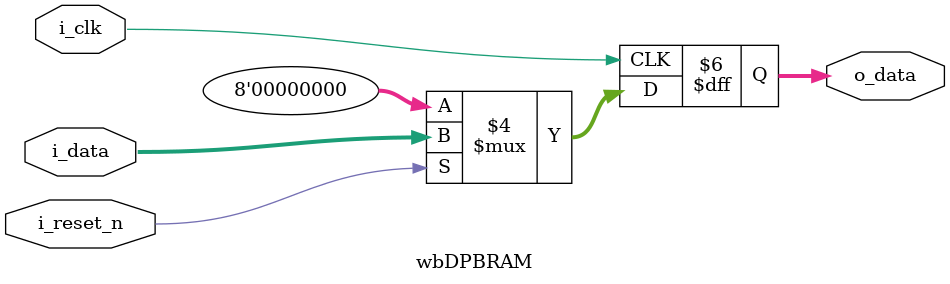
<source format=v>

`default_nettype none
`timescale 1ps/1ps

module wbDPBRAM(
    input   wire    [0:0]   i_clk,
    input   wire    [0:0]   i_reset_n,
    input   wire    [7:0]   i_data,
    output  reg     [7:0]   o_data
);

always @(posedge i_clk) begin
    if(!i_reset_n) begin
        o_data <= 8'h00;
    end else begin
        o_data <= i_data;
    end
end

endmodule

</source>
